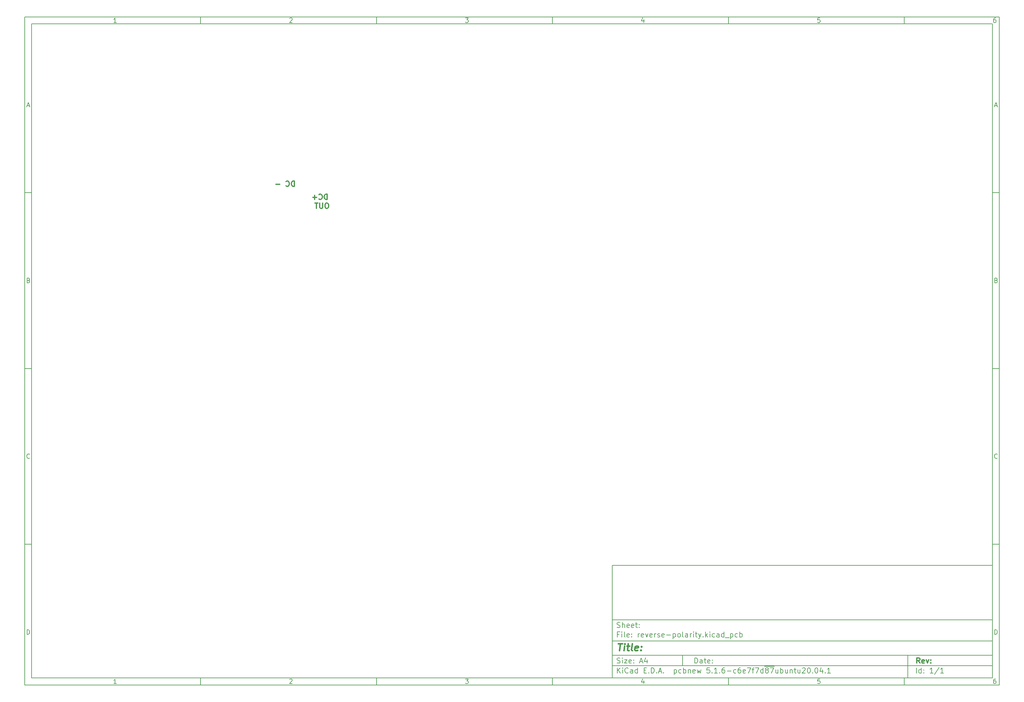
<source format=gbr>
G04 #@! TF.GenerationSoftware,KiCad,Pcbnew,5.1.6-c6e7f7d~87~ubuntu20.04.1*
G04 #@! TF.CreationDate,2020-09-03T11:24:11+02:00*
G04 #@! TF.ProjectId,reverse-polarity,72657665-7273-4652-9d70-6f6c61726974,rev?*
G04 #@! TF.SameCoordinates,Original*
G04 #@! TF.FileFunction,Legend,Bot*
G04 #@! TF.FilePolarity,Positive*
%FSLAX45Y45*%
G04 Gerber Fmt 4.5, Leading zero omitted, Abs format (unit mm)*
G04 Created by KiCad (PCBNEW 5.1.6-c6e7f7d~87~ubuntu20.04.1) date 2020-09-03 11:24:11*
%MOMM*%
%LPD*%
G01*
G04 APERTURE LIST*
%ADD10C,0.100000*%
%ADD11C,0.150000*%
%ADD12C,0.300000*%
%ADD13C,0.400000*%
G04 APERTURE END LIST*
D10*
D11*
X17700220Y-16600720D02*
X17700220Y-19800720D01*
X28500220Y-19800720D01*
X28500220Y-16600720D01*
X17700220Y-16600720D01*
D10*
D11*
X1000000Y-1000000D02*
X1000000Y-20000720D01*
X28700220Y-20000720D01*
X28700220Y-1000000D01*
X1000000Y-1000000D01*
D10*
D11*
X1200000Y-1200000D02*
X1200000Y-19800720D01*
X28500220Y-19800720D01*
X28500220Y-1200000D01*
X1200000Y-1200000D01*
D10*
D11*
X6000000Y-1200000D02*
X6000000Y-1000000D01*
D10*
D11*
X11000000Y-1200000D02*
X11000000Y-1000000D01*
D10*
D11*
X16000000Y-1200000D02*
X16000000Y-1000000D01*
D10*
D11*
X21000000Y-1200000D02*
X21000000Y-1000000D01*
D10*
D11*
X26000000Y-1200000D02*
X26000000Y-1000000D01*
D10*
D11*
X3606548Y-1158810D02*
X3532262Y-1158810D01*
X3569405Y-1158810D02*
X3569405Y-1028809D01*
X3557024Y-1047381D01*
X3544643Y-1059762D01*
X3532262Y-1065952D01*
D10*
D11*
X8532262Y-1041190D02*
X8538452Y-1035000D01*
X8550833Y-1028809D01*
X8581786Y-1028809D01*
X8594167Y-1035000D01*
X8600357Y-1041190D01*
X8606548Y-1053571D01*
X8606548Y-1065952D01*
X8600357Y-1084524D01*
X8526071Y-1158810D01*
X8606548Y-1158810D01*
D10*
D11*
X13526071Y-1028809D02*
X13606548Y-1028809D01*
X13563214Y-1078333D01*
X13581786Y-1078333D01*
X13594167Y-1084524D01*
X13600357Y-1090714D01*
X13606548Y-1103095D01*
X13606548Y-1134048D01*
X13600357Y-1146429D01*
X13594167Y-1152619D01*
X13581786Y-1158810D01*
X13544643Y-1158810D01*
X13532262Y-1152619D01*
X13526071Y-1146429D01*
D10*
D11*
X18594167Y-1072143D02*
X18594167Y-1158810D01*
X18563214Y-1022619D02*
X18532262Y-1115476D01*
X18612738Y-1115476D01*
D10*
D11*
X23600357Y-1028809D02*
X23538452Y-1028809D01*
X23532262Y-1090714D01*
X23538452Y-1084524D01*
X23550833Y-1078333D01*
X23581786Y-1078333D01*
X23594167Y-1084524D01*
X23600357Y-1090714D01*
X23606548Y-1103095D01*
X23606548Y-1134048D01*
X23600357Y-1146429D01*
X23594167Y-1152619D01*
X23581786Y-1158810D01*
X23550833Y-1158810D01*
X23538452Y-1152619D01*
X23532262Y-1146429D01*
D10*
D11*
X28594167Y-1028809D02*
X28569405Y-1028809D01*
X28557024Y-1035000D01*
X28550833Y-1041190D01*
X28538452Y-1059762D01*
X28532262Y-1084524D01*
X28532262Y-1134048D01*
X28538452Y-1146429D01*
X28544643Y-1152619D01*
X28557024Y-1158810D01*
X28581786Y-1158810D01*
X28594167Y-1152619D01*
X28600357Y-1146429D01*
X28606548Y-1134048D01*
X28606548Y-1103095D01*
X28600357Y-1090714D01*
X28594167Y-1084524D01*
X28581786Y-1078333D01*
X28557024Y-1078333D01*
X28544643Y-1084524D01*
X28538452Y-1090714D01*
X28532262Y-1103095D01*
D10*
D11*
X6000000Y-19800720D02*
X6000000Y-20000720D01*
D10*
D11*
X11000000Y-19800720D02*
X11000000Y-20000720D01*
D10*
D11*
X16000000Y-19800720D02*
X16000000Y-20000720D01*
D10*
D11*
X21000000Y-19800720D02*
X21000000Y-20000720D01*
D10*
D11*
X26000000Y-19800720D02*
X26000000Y-20000720D01*
D10*
D11*
X3606548Y-19959530D02*
X3532262Y-19959530D01*
X3569405Y-19959530D02*
X3569405Y-19829530D01*
X3557024Y-19848101D01*
X3544643Y-19860482D01*
X3532262Y-19866672D01*
D10*
D11*
X8532262Y-19841910D02*
X8538452Y-19835720D01*
X8550833Y-19829530D01*
X8581786Y-19829530D01*
X8594167Y-19835720D01*
X8600357Y-19841910D01*
X8606548Y-19854291D01*
X8606548Y-19866672D01*
X8600357Y-19885244D01*
X8526071Y-19959530D01*
X8606548Y-19959530D01*
D10*
D11*
X13526071Y-19829530D02*
X13606548Y-19829530D01*
X13563214Y-19879053D01*
X13581786Y-19879053D01*
X13594167Y-19885244D01*
X13600357Y-19891434D01*
X13606548Y-19903815D01*
X13606548Y-19934768D01*
X13600357Y-19947149D01*
X13594167Y-19953339D01*
X13581786Y-19959530D01*
X13544643Y-19959530D01*
X13532262Y-19953339D01*
X13526071Y-19947149D01*
D10*
D11*
X18594167Y-19872863D02*
X18594167Y-19959530D01*
X18563214Y-19823339D02*
X18532262Y-19916196D01*
X18612738Y-19916196D01*
D10*
D11*
X23600357Y-19829530D02*
X23538452Y-19829530D01*
X23532262Y-19891434D01*
X23538452Y-19885244D01*
X23550833Y-19879053D01*
X23581786Y-19879053D01*
X23594167Y-19885244D01*
X23600357Y-19891434D01*
X23606548Y-19903815D01*
X23606548Y-19934768D01*
X23600357Y-19947149D01*
X23594167Y-19953339D01*
X23581786Y-19959530D01*
X23550833Y-19959530D01*
X23538452Y-19953339D01*
X23532262Y-19947149D01*
D10*
D11*
X28594167Y-19829530D02*
X28569405Y-19829530D01*
X28557024Y-19835720D01*
X28550833Y-19841910D01*
X28538452Y-19860482D01*
X28532262Y-19885244D01*
X28532262Y-19934768D01*
X28538452Y-19947149D01*
X28544643Y-19953339D01*
X28557024Y-19959530D01*
X28581786Y-19959530D01*
X28594167Y-19953339D01*
X28600357Y-19947149D01*
X28606548Y-19934768D01*
X28606548Y-19903815D01*
X28600357Y-19891434D01*
X28594167Y-19885244D01*
X28581786Y-19879053D01*
X28557024Y-19879053D01*
X28544643Y-19885244D01*
X28538452Y-19891434D01*
X28532262Y-19903815D01*
D10*
D11*
X1000000Y-6000000D02*
X1200000Y-6000000D01*
D10*
D11*
X1000000Y-11000000D02*
X1200000Y-11000000D01*
D10*
D11*
X1000000Y-16000000D02*
X1200000Y-16000000D01*
D10*
D11*
X1069048Y-3521667D02*
X1130952Y-3521667D01*
X1056667Y-3558809D02*
X1100000Y-3428809D01*
X1143333Y-3558809D01*
D10*
D11*
X1109286Y-8490714D02*
X1127857Y-8496905D01*
X1134048Y-8503095D01*
X1140238Y-8515476D01*
X1140238Y-8534048D01*
X1134048Y-8546429D01*
X1127857Y-8552619D01*
X1115476Y-8558810D01*
X1065952Y-8558810D01*
X1065952Y-8428810D01*
X1109286Y-8428810D01*
X1121667Y-8435000D01*
X1127857Y-8441190D01*
X1134048Y-8453571D01*
X1134048Y-8465952D01*
X1127857Y-8478333D01*
X1121667Y-8484524D01*
X1109286Y-8490714D01*
X1065952Y-8490714D01*
D10*
D11*
X1140238Y-13546428D02*
X1134048Y-13552619D01*
X1115476Y-13558809D01*
X1103095Y-13558809D01*
X1084524Y-13552619D01*
X1072143Y-13540238D01*
X1065952Y-13527857D01*
X1059762Y-13503095D01*
X1059762Y-13484524D01*
X1065952Y-13459762D01*
X1072143Y-13447381D01*
X1084524Y-13435000D01*
X1103095Y-13428809D01*
X1115476Y-13428809D01*
X1134048Y-13435000D01*
X1140238Y-13441190D01*
D10*
D11*
X1065952Y-18558810D02*
X1065952Y-18428810D01*
X1096905Y-18428810D01*
X1115476Y-18435000D01*
X1127857Y-18447381D01*
X1134048Y-18459762D01*
X1140238Y-18484524D01*
X1140238Y-18503095D01*
X1134048Y-18527857D01*
X1127857Y-18540238D01*
X1115476Y-18552619D01*
X1096905Y-18558810D01*
X1065952Y-18558810D01*
D10*
D11*
X28700220Y-6000000D02*
X28500220Y-6000000D01*
D10*
D11*
X28700220Y-11000000D02*
X28500220Y-11000000D01*
D10*
D11*
X28700220Y-16000000D02*
X28500220Y-16000000D01*
D10*
D11*
X28569268Y-3521667D02*
X28631172Y-3521667D01*
X28556887Y-3558809D02*
X28600220Y-3428809D01*
X28643553Y-3558809D01*
D10*
D11*
X28609506Y-8490714D02*
X28628077Y-8496905D01*
X28634268Y-8503095D01*
X28640458Y-8515476D01*
X28640458Y-8534048D01*
X28634268Y-8546429D01*
X28628077Y-8552619D01*
X28615696Y-8558810D01*
X28566172Y-8558810D01*
X28566172Y-8428810D01*
X28609506Y-8428810D01*
X28621887Y-8435000D01*
X28628077Y-8441190D01*
X28634268Y-8453571D01*
X28634268Y-8465952D01*
X28628077Y-8478333D01*
X28621887Y-8484524D01*
X28609506Y-8490714D01*
X28566172Y-8490714D01*
D10*
D11*
X28640458Y-13546428D02*
X28634268Y-13552619D01*
X28615696Y-13558809D01*
X28603315Y-13558809D01*
X28584744Y-13552619D01*
X28572363Y-13540238D01*
X28566172Y-13527857D01*
X28559982Y-13503095D01*
X28559982Y-13484524D01*
X28566172Y-13459762D01*
X28572363Y-13447381D01*
X28584744Y-13435000D01*
X28603315Y-13428809D01*
X28615696Y-13428809D01*
X28634268Y-13435000D01*
X28640458Y-13441190D01*
D10*
D11*
X28566172Y-18558810D02*
X28566172Y-18428810D01*
X28597125Y-18428810D01*
X28615696Y-18435000D01*
X28628077Y-18447381D01*
X28634268Y-18459762D01*
X28640458Y-18484524D01*
X28640458Y-18503095D01*
X28634268Y-18527857D01*
X28628077Y-18540238D01*
X28615696Y-18552619D01*
X28597125Y-18558810D01*
X28566172Y-18558810D01*
D10*
D11*
X20043434Y-19378577D02*
X20043434Y-19228577D01*
X20079149Y-19228577D01*
X20100577Y-19235720D01*
X20114863Y-19250006D01*
X20122006Y-19264291D01*
X20129149Y-19292863D01*
X20129149Y-19314291D01*
X20122006Y-19342863D01*
X20114863Y-19357149D01*
X20100577Y-19371434D01*
X20079149Y-19378577D01*
X20043434Y-19378577D01*
X20257720Y-19378577D02*
X20257720Y-19300006D01*
X20250577Y-19285720D01*
X20236291Y-19278577D01*
X20207720Y-19278577D01*
X20193434Y-19285720D01*
X20257720Y-19371434D02*
X20243434Y-19378577D01*
X20207720Y-19378577D01*
X20193434Y-19371434D01*
X20186291Y-19357149D01*
X20186291Y-19342863D01*
X20193434Y-19328577D01*
X20207720Y-19321434D01*
X20243434Y-19321434D01*
X20257720Y-19314291D01*
X20307720Y-19278577D02*
X20364863Y-19278577D01*
X20329149Y-19228577D02*
X20329149Y-19357149D01*
X20336291Y-19371434D01*
X20350577Y-19378577D01*
X20364863Y-19378577D01*
X20472006Y-19371434D02*
X20457720Y-19378577D01*
X20429149Y-19378577D01*
X20414863Y-19371434D01*
X20407720Y-19357149D01*
X20407720Y-19300006D01*
X20414863Y-19285720D01*
X20429149Y-19278577D01*
X20457720Y-19278577D01*
X20472006Y-19285720D01*
X20479149Y-19300006D01*
X20479149Y-19314291D01*
X20407720Y-19328577D01*
X20543434Y-19364291D02*
X20550577Y-19371434D01*
X20543434Y-19378577D01*
X20536291Y-19371434D01*
X20543434Y-19364291D01*
X20543434Y-19378577D01*
X20543434Y-19285720D02*
X20550577Y-19292863D01*
X20543434Y-19300006D01*
X20536291Y-19292863D01*
X20543434Y-19285720D01*
X20543434Y-19300006D01*
D10*
D11*
X17700220Y-19450720D02*
X28500220Y-19450720D01*
D10*
D11*
X17843434Y-19658577D02*
X17843434Y-19508577D01*
X17929149Y-19658577D02*
X17864863Y-19572863D01*
X17929149Y-19508577D02*
X17843434Y-19594291D01*
X17993434Y-19658577D02*
X17993434Y-19558577D01*
X17993434Y-19508577D02*
X17986291Y-19515720D01*
X17993434Y-19522863D01*
X18000577Y-19515720D01*
X17993434Y-19508577D01*
X17993434Y-19522863D01*
X18150577Y-19644291D02*
X18143434Y-19651434D01*
X18122006Y-19658577D01*
X18107720Y-19658577D01*
X18086291Y-19651434D01*
X18072006Y-19637149D01*
X18064863Y-19622863D01*
X18057720Y-19594291D01*
X18057720Y-19572863D01*
X18064863Y-19544291D01*
X18072006Y-19530006D01*
X18086291Y-19515720D01*
X18107720Y-19508577D01*
X18122006Y-19508577D01*
X18143434Y-19515720D01*
X18150577Y-19522863D01*
X18279149Y-19658577D02*
X18279149Y-19580006D01*
X18272006Y-19565720D01*
X18257720Y-19558577D01*
X18229149Y-19558577D01*
X18214863Y-19565720D01*
X18279149Y-19651434D02*
X18264863Y-19658577D01*
X18229149Y-19658577D01*
X18214863Y-19651434D01*
X18207720Y-19637149D01*
X18207720Y-19622863D01*
X18214863Y-19608577D01*
X18229149Y-19601434D01*
X18264863Y-19601434D01*
X18279149Y-19594291D01*
X18414863Y-19658577D02*
X18414863Y-19508577D01*
X18414863Y-19651434D02*
X18400577Y-19658577D01*
X18372006Y-19658577D01*
X18357720Y-19651434D01*
X18350577Y-19644291D01*
X18343434Y-19630006D01*
X18343434Y-19587149D01*
X18350577Y-19572863D01*
X18357720Y-19565720D01*
X18372006Y-19558577D01*
X18400577Y-19558577D01*
X18414863Y-19565720D01*
X18600577Y-19580006D02*
X18650577Y-19580006D01*
X18672006Y-19658577D02*
X18600577Y-19658577D01*
X18600577Y-19508577D01*
X18672006Y-19508577D01*
X18736291Y-19644291D02*
X18743434Y-19651434D01*
X18736291Y-19658577D01*
X18729149Y-19651434D01*
X18736291Y-19644291D01*
X18736291Y-19658577D01*
X18807720Y-19658577D02*
X18807720Y-19508577D01*
X18843434Y-19508577D01*
X18864863Y-19515720D01*
X18879149Y-19530006D01*
X18886291Y-19544291D01*
X18893434Y-19572863D01*
X18893434Y-19594291D01*
X18886291Y-19622863D01*
X18879149Y-19637149D01*
X18864863Y-19651434D01*
X18843434Y-19658577D01*
X18807720Y-19658577D01*
X18957720Y-19644291D02*
X18964863Y-19651434D01*
X18957720Y-19658577D01*
X18950577Y-19651434D01*
X18957720Y-19644291D01*
X18957720Y-19658577D01*
X19022006Y-19615720D02*
X19093434Y-19615720D01*
X19007720Y-19658577D02*
X19057720Y-19508577D01*
X19107720Y-19658577D01*
X19157720Y-19644291D02*
X19164863Y-19651434D01*
X19157720Y-19658577D01*
X19150577Y-19651434D01*
X19157720Y-19644291D01*
X19157720Y-19658577D01*
X19457720Y-19558577D02*
X19457720Y-19708577D01*
X19457720Y-19565720D02*
X19472006Y-19558577D01*
X19500577Y-19558577D01*
X19514863Y-19565720D01*
X19522006Y-19572863D01*
X19529149Y-19587149D01*
X19529149Y-19630006D01*
X19522006Y-19644291D01*
X19514863Y-19651434D01*
X19500577Y-19658577D01*
X19472006Y-19658577D01*
X19457720Y-19651434D01*
X19657720Y-19651434D02*
X19643434Y-19658577D01*
X19614863Y-19658577D01*
X19600577Y-19651434D01*
X19593434Y-19644291D01*
X19586291Y-19630006D01*
X19586291Y-19587149D01*
X19593434Y-19572863D01*
X19600577Y-19565720D01*
X19614863Y-19558577D01*
X19643434Y-19558577D01*
X19657720Y-19565720D01*
X19722006Y-19658577D02*
X19722006Y-19508577D01*
X19722006Y-19565720D02*
X19736291Y-19558577D01*
X19764863Y-19558577D01*
X19779149Y-19565720D01*
X19786291Y-19572863D01*
X19793434Y-19587149D01*
X19793434Y-19630006D01*
X19786291Y-19644291D01*
X19779149Y-19651434D01*
X19764863Y-19658577D01*
X19736291Y-19658577D01*
X19722006Y-19651434D01*
X19857720Y-19558577D02*
X19857720Y-19658577D01*
X19857720Y-19572863D02*
X19864863Y-19565720D01*
X19879149Y-19558577D01*
X19900577Y-19558577D01*
X19914863Y-19565720D01*
X19922006Y-19580006D01*
X19922006Y-19658577D01*
X20050577Y-19651434D02*
X20036291Y-19658577D01*
X20007720Y-19658577D01*
X19993434Y-19651434D01*
X19986291Y-19637149D01*
X19986291Y-19580006D01*
X19993434Y-19565720D01*
X20007720Y-19558577D01*
X20036291Y-19558577D01*
X20050577Y-19565720D01*
X20057720Y-19580006D01*
X20057720Y-19594291D01*
X19986291Y-19608577D01*
X20107720Y-19558577D02*
X20136291Y-19658577D01*
X20164863Y-19587149D01*
X20193434Y-19658577D01*
X20222006Y-19558577D01*
X20464863Y-19508577D02*
X20393434Y-19508577D01*
X20386291Y-19580006D01*
X20393434Y-19572863D01*
X20407720Y-19565720D01*
X20443434Y-19565720D01*
X20457720Y-19572863D01*
X20464863Y-19580006D01*
X20472006Y-19594291D01*
X20472006Y-19630006D01*
X20464863Y-19644291D01*
X20457720Y-19651434D01*
X20443434Y-19658577D01*
X20407720Y-19658577D01*
X20393434Y-19651434D01*
X20386291Y-19644291D01*
X20536291Y-19644291D02*
X20543434Y-19651434D01*
X20536291Y-19658577D01*
X20529149Y-19651434D01*
X20536291Y-19644291D01*
X20536291Y-19658577D01*
X20686291Y-19658577D02*
X20600577Y-19658577D01*
X20643434Y-19658577D02*
X20643434Y-19508577D01*
X20629149Y-19530006D01*
X20614863Y-19544291D01*
X20600577Y-19551434D01*
X20750577Y-19644291D02*
X20757720Y-19651434D01*
X20750577Y-19658577D01*
X20743434Y-19651434D01*
X20750577Y-19644291D01*
X20750577Y-19658577D01*
X20886291Y-19508577D02*
X20857720Y-19508577D01*
X20843434Y-19515720D01*
X20836291Y-19522863D01*
X20822006Y-19544291D01*
X20814863Y-19572863D01*
X20814863Y-19630006D01*
X20822006Y-19644291D01*
X20829149Y-19651434D01*
X20843434Y-19658577D01*
X20872006Y-19658577D01*
X20886291Y-19651434D01*
X20893434Y-19644291D01*
X20900577Y-19630006D01*
X20900577Y-19594291D01*
X20893434Y-19580006D01*
X20886291Y-19572863D01*
X20872006Y-19565720D01*
X20843434Y-19565720D01*
X20829149Y-19572863D01*
X20822006Y-19580006D01*
X20814863Y-19594291D01*
X20964863Y-19601434D02*
X21079149Y-19601434D01*
X21214863Y-19651434D02*
X21200577Y-19658577D01*
X21172006Y-19658577D01*
X21157720Y-19651434D01*
X21150577Y-19644291D01*
X21143434Y-19630006D01*
X21143434Y-19587149D01*
X21150577Y-19572863D01*
X21157720Y-19565720D01*
X21172006Y-19558577D01*
X21200577Y-19558577D01*
X21214863Y-19565720D01*
X21343434Y-19508577D02*
X21314863Y-19508577D01*
X21300577Y-19515720D01*
X21293434Y-19522863D01*
X21279149Y-19544291D01*
X21272006Y-19572863D01*
X21272006Y-19630006D01*
X21279149Y-19644291D01*
X21286291Y-19651434D01*
X21300577Y-19658577D01*
X21329149Y-19658577D01*
X21343434Y-19651434D01*
X21350577Y-19644291D01*
X21357720Y-19630006D01*
X21357720Y-19594291D01*
X21350577Y-19580006D01*
X21343434Y-19572863D01*
X21329149Y-19565720D01*
X21300577Y-19565720D01*
X21286291Y-19572863D01*
X21279149Y-19580006D01*
X21272006Y-19594291D01*
X21479149Y-19651434D02*
X21464863Y-19658577D01*
X21436291Y-19658577D01*
X21422006Y-19651434D01*
X21414863Y-19637149D01*
X21414863Y-19580006D01*
X21422006Y-19565720D01*
X21436291Y-19558577D01*
X21464863Y-19558577D01*
X21479149Y-19565720D01*
X21486291Y-19580006D01*
X21486291Y-19594291D01*
X21414863Y-19608577D01*
X21536291Y-19508577D02*
X21636291Y-19508577D01*
X21572006Y-19658577D01*
X21672006Y-19558577D02*
X21729149Y-19558577D01*
X21693434Y-19658577D02*
X21693434Y-19530006D01*
X21700577Y-19515720D01*
X21714863Y-19508577D01*
X21729149Y-19508577D01*
X21764863Y-19508577D02*
X21864863Y-19508577D01*
X21800577Y-19658577D01*
X21986291Y-19658577D02*
X21986291Y-19508577D01*
X21986291Y-19651434D02*
X21972006Y-19658577D01*
X21943434Y-19658577D01*
X21929149Y-19651434D01*
X21922006Y-19644291D01*
X21914863Y-19630006D01*
X21914863Y-19587149D01*
X21922006Y-19572863D01*
X21929149Y-19565720D01*
X21943434Y-19558577D01*
X21972006Y-19558577D01*
X21986291Y-19565720D01*
X22022006Y-19467720D02*
X22164863Y-19467720D01*
X22079149Y-19572863D02*
X22064863Y-19565720D01*
X22057720Y-19558577D01*
X22050577Y-19544291D01*
X22050577Y-19537149D01*
X22057720Y-19522863D01*
X22064863Y-19515720D01*
X22079149Y-19508577D01*
X22107720Y-19508577D01*
X22122006Y-19515720D01*
X22129149Y-19522863D01*
X22136291Y-19537149D01*
X22136291Y-19544291D01*
X22129149Y-19558577D01*
X22122006Y-19565720D01*
X22107720Y-19572863D01*
X22079149Y-19572863D01*
X22064863Y-19580006D01*
X22057720Y-19587149D01*
X22050577Y-19601434D01*
X22050577Y-19630006D01*
X22057720Y-19644291D01*
X22064863Y-19651434D01*
X22079149Y-19658577D01*
X22107720Y-19658577D01*
X22122006Y-19651434D01*
X22129149Y-19644291D01*
X22136291Y-19630006D01*
X22136291Y-19601434D01*
X22129149Y-19587149D01*
X22122006Y-19580006D01*
X22107720Y-19572863D01*
X22164863Y-19467720D02*
X22307720Y-19467720D01*
X22186291Y-19508577D02*
X22286291Y-19508577D01*
X22222006Y-19658577D01*
X22407720Y-19558577D02*
X22407720Y-19658577D01*
X22343434Y-19558577D02*
X22343434Y-19637149D01*
X22350577Y-19651434D01*
X22364863Y-19658577D01*
X22386291Y-19658577D01*
X22400577Y-19651434D01*
X22407720Y-19644291D01*
X22479148Y-19658577D02*
X22479148Y-19508577D01*
X22479148Y-19565720D02*
X22493434Y-19558577D01*
X22522006Y-19558577D01*
X22536291Y-19565720D01*
X22543434Y-19572863D01*
X22550577Y-19587149D01*
X22550577Y-19630006D01*
X22543434Y-19644291D01*
X22536291Y-19651434D01*
X22522006Y-19658577D01*
X22493434Y-19658577D01*
X22479148Y-19651434D01*
X22679148Y-19558577D02*
X22679148Y-19658577D01*
X22614863Y-19558577D02*
X22614863Y-19637149D01*
X22622006Y-19651434D01*
X22636291Y-19658577D01*
X22657720Y-19658577D01*
X22672006Y-19651434D01*
X22679148Y-19644291D01*
X22750577Y-19558577D02*
X22750577Y-19658577D01*
X22750577Y-19572863D02*
X22757720Y-19565720D01*
X22772006Y-19558577D01*
X22793434Y-19558577D01*
X22807720Y-19565720D01*
X22814863Y-19580006D01*
X22814863Y-19658577D01*
X22864863Y-19558577D02*
X22922006Y-19558577D01*
X22886291Y-19508577D02*
X22886291Y-19637149D01*
X22893434Y-19651434D01*
X22907720Y-19658577D01*
X22922006Y-19658577D01*
X23036291Y-19558577D02*
X23036291Y-19658577D01*
X22972006Y-19558577D02*
X22972006Y-19637149D01*
X22979148Y-19651434D01*
X22993434Y-19658577D01*
X23014863Y-19658577D01*
X23029148Y-19651434D01*
X23036291Y-19644291D01*
X23100577Y-19522863D02*
X23107720Y-19515720D01*
X23122006Y-19508577D01*
X23157720Y-19508577D01*
X23172006Y-19515720D01*
X23179148Y-19522863D01*
X23186291Y-19537149D01*
X23186291Y-19551434D01*
X23179148Y-19572863D01*
X23093434Y-19658577D01*
X23186291Y-19658577D01*
X23279148Y-19508577D02*
X23293434Y-19508577D01*
X23307720Y-19515720D01*
X23314863Y-19522863D01*
X23322006Y-19537149D01*
X23329148Y-19565720D01*
X23329148Y-19601434D01*
X23322006Y-19630006D01*
X23314863Y-19644291D01*
X23307720Y-19651434D01*
X23293434Y-19658577D01*
X23279148Y-19658577D01*
X23264863Y-19651434D01*
X23257720Y-19644291D01*
X23250577Y-19630006D01*
X23243434Y-19601434D01*
X23243434Y-19565720D01*
X23250577Y-19537149D01*
X23257720Y-19522863D01*
X23264863Y-19515720D01*
X23279148Y-19508577D01*
X23393434Y-19644291D02*
X23400577Y-19651434D01*
X23393434Y-19658577D01*
X23386291Y-19651434D01*
X23393434Y-19644291D01*
X23393434Y-19658577D01*
X23493434Y-19508577D02*
X23507720Y-19508577D01*
X23522006Y-19515720D01*
X23529148Y-19522863D01*
X23536291Y-19537149D01*
X23543434Y-19565720D01*
X23543434Y-19601434D01*
X23536291Y-19630006D01*
X23529148Y-19644291D01*
X23522006Y-19651434D01*
X23507720Y-19658577D01*
X23493434Y-19658577D01*
X23479148Y-19651434D01*
X23472006Y-19644291D01*
X23464863Y-19630006D01*
X23457720Y-19601434D01*
X23457720Y-19565720D01*
X23464863Y-19537149D01*
X23472006Y-19522863D01*
X23479148Y-19515720D01*
X23493434Y-19508577D01*
X23672006Y-19558577D02*
X23672006Y-19658577D01*
X23636291Y-19501434D02*
X23600577Y-19608577D01*
X23693434Y-19608577D01*
X23750577Y-19644291D02*
X23757720Y-19651434D01*
X23750577Y-19658577D01*
X23743434Y-19651434D01*
X23750577Y-19644291D01*
X23750577Y-19658577D01*
X23900577Y-19658577D02*
X23814863Y-19658577D01*
X23857720Y-19658577D02*
X23857720Y-19508577D01*
X23843434Y-19530006D01*
X23829148Y-19544291D01*
X23814863Y-19551434D01*
D10*
D11*
X17700220Y-19150720D02*
X28500220Y-19150720D01*
D10*
D12*
X26441148Y-19378577D02*
X26391148Y-19307149D01*
X26355434Y-19378577D02*
X26355434Y-19228577D01*
X26412577Y-19228577D01*
X26426863Y-19235720D01*
X26434006Y-19242863D01*
X26441148Y-19257149D01*
X26441148Y-19278577D01*
X26434006Y-19292863D01*
X26426863Y-19300006D01*
X26412577Y-19307149D01*
X26355434Y-19307149D01*
X26562577Y-19371434D02*
X26548291Y-19378577D01*
X26519720Y-19378577D01*
X26505434Y-19371434D01*
X26498291Y-19357149D01*
X26498291Y-19300006D01*
X26505434Y-19285720D01*
X26519720Y-19278577D01*
X26548291Y-19278577D01*
X26562577Y-19285720D01*
X26569720Y-19300006D01*
X26569720Y-19314291D01*
X26498291Y-19328577D01*
X26619720Y-19278577D02*
X26655434Y-19378577D01*
X26691148Y-19278577D01*
X26748291Y-19364291D02*
X26755434Y-19371434D01*
X26748291Y-19378577D01*
X26741148Y-19371434D01*
X26748291Y-19364291D01*
X26748291Y-19378577D01*
X26748291Y-19285720D02*
X26755434Y-19292863D01*
X26748291Y-19300006D01*
X26741148Y-19292863D01*
X26748291Y-19285720D01*
X26748291Y-19300006D01*
D10*
D11*
X17836291Y-19371434D02*
X17857720Y-19378577D01*
X17893434Y-19378577D01*
X17907720Y-19371434D01*
X17914863Y-19364291D01*
X17922006Y-19350006D01*
X17922006Y-19335720D01*
X17914863Y-19321434D01*
X17907720Y-19314291D01*
X17893434Y-19307149D01*
X17864863Y-19300006D01*
X17850577Y-19292863D01*
X17843434Y-19285720D01*
X17836291Y-19271434D01*
X17836291Y-19257149D01*
X17843434Y-19242863D01*
X17850577Y-19235720D01*
X17864863Y-19228577D01*
X17900577Y-19228577D01*
X17922006Y-19235720D01*
X17986291Y-19378577D02*
X17986291Y-19278577D01*
X17986291Y-19228577D02*
X17979149Y-19235720D01*
X17986291Y-19242863D01*
X17993434Y-19235720D01*
X17986291Y-19228577D01*
X17986291Y-19242863D01*
X18043434Y-19278577D02*
X18122006Y-19278577D01*
X18043434Y-19378577D01*
X18122006Y-19378577D01*
X18236291Y-19371434D02*
X18222006Y-19378577D01*
X18193434Y-19378577D01*
X18179149Y-19371434D01*
X18172006Y-19357149D01*
X18172006Y-19300006D01*
X18179149Y-19285720D01*
X18193434Y-19278577D01*
X18222006Y-19278577D01*
X18236291Y-19285720D01*
X18243434Y-19300006D01*
X18243434Y-19314291D01*
X18172006Y-19328577D01*
X18307720Y-19364291D02*
X18314863Y-19371434D01*
X18307720Y-19378577D01*
X18300577Y-19371434D01*
X18307720Y-19364291D01*
X18307720Y-19378577D01*
X18307720Y-19285720D02*
X18314863Y-19292863D01*
X18307720Y-19300006D01*
X18300577Y-19292863D01*
X18307720Y-19285720D01*
X18307720Y-19300006D01*
X18486291Y-19335720D02*
X18557720Y-19335720D01*
X18472006Y-19378577D02*
X18522006Y-19228577D01*
X18572006Y-19378577D01*
X18686291Y-19278577D02*
X18686291Y-19378577D01*
X18650577Y-19221434D02*
X18614863Y-19328577D01*
X18707720Y-19328577D01*
D10*
D11*
X26343434Y-19658577D02*
X26343434Y-19508577D01*
X26479148Y-19658577D02*
X26479148Y-19508577D01*
X26479148Y-19651434D02*
X26464863Y-19658577D01*
X26436291Y-19658577D01*
X26422006Y-19651434D01*
X26414863Y-19644291D01*
X26407720Y-19630006D01*
X26407720Y-19587149D01*
X26414863Y-19572863D01*
X26422006Y-19565720D01*
X26436291Y-19558577D01*
X26464863Y-19558577D01*
X26479148Y-19565720D01*
X26550577Y-19644291D02*
X26557720Y-19651434D01*
X26550577Y-19658577D01*
X26543434Y-19651434D01*
X26550577Y-19644291D01*
X26550577Y-19658577D01*
X26550577Y-19565720D02*
X26557720Y-19572863D01*
X26550577Y-19580006D01*
X26543434Y-19572863D01*
X26550577Y-19565720D01*
X26550577Y-19580006D01*
X26814863Y-19658577D02*
X26729148Y-19658577D01*
X26772006Y-19658577D02*
X26772006Y-19508577D01*
X26757720Y-19530006D01*
X26743434Y-19544291D01*
X26729148Y-19551434D01*
X26986291Y-19501434D02*
X26857720Y-19694291D01*
X27114863Y-19658577D02*
X27029148Y-19658577D01*
X27072006Y-19658577D02*
X27072006Y-19508577D01*
X27057720Y-19530006D01*
X27043434Y-19544291D01*
X27029148Y-19551434D01*
D10*
D11*
X17700220Y-18750720D02*
X28500220Y-18750720D01*
D10*
D13*
X17871458Y-18821196D02*
X17985744Y-18821196D01*
X17903601Y-19021196D02*
X17928601Y-18821196D01*
X18027410Y-19021196D02*
X18044077Y-18887863D01*
X18052410Y-18821196D02*
X18041696Y-18830720D01*
X18050030Y-18840244D01*
X18060744Y-18830720D01*
X18052410Y-18821196D01*
X18050030Y-18840244D01*
X18110744Y-18887863D02*
X18186934Y-18887863D01*
X18147649Y-18821196D02*
X18126220Y-18992625D01*
X18133363Y-19011672D01*
X18151220Y-19021196D01*
X18170268Y-19021196D01*
X18265506Y-19021196D02*
X18247649Y-19011672D01*
X18240506Y-18992625D01*
X18261934Y-18821196D01*
X18419077Y-19011672D02*
X18398839Y-19021196D01*
X18360744Y-19021196D01*
X18342887Y-19011672D01*
X18335744Y-18992625D01*
X18345268Y-18916434D01*
X18357172Y-18897387D01*
X18377410Y-18887863D01*
X18415506Y-18887863D01*
X18433363Y-18897387D01*
X18440506Y-18916434D01*
X18438125Y-18935482D01*
X18340506Y-18954530D01*
X18515506Y-19002149D02*
X18523839Y-19011672D01*
X18513125Y-19021196D01*
X18504791Y-19011672D01*
X18515506Y-19002149D01*
X18513125Y-19021196D01*
X18528601Y-18897387D02*
X18536934Y-18906910D01*
X18526220Y-18916434D01*
X18517887Y-18906910D01*
X18528601Y-18897387D01*
X18526220Y-18916434D01*
D10*
D11*
X17893434Y-18560006D02*
X17843434Y-18560006D01*
X17843434Y-18638577D02*
X17843434Y-18488577D01*
X17914863Y-18488577D01*
X17972006Y-18638577D02*
X17972006Y-18538577D01*
X17972006Y-18488577D02*
X17964863Y-18495720D01*
X17972006Y-18502863D01*
X17979149Y-18495720D01*
X17972006Y-18488577D01*
X17972006Y-18502863D01*
X18064863Y-18638577D02*
X18050577Y-18631434D01*
X18043434Y-18617149D01*
X18043434Y-18488577D01*
X18179149Y-18631434D02*
X18164863Y-18638577D01*
X18136291Y-18638577D01*
X18122006Y-18631434D01*
X18114863Y-18617149D01*
X18114863Y-18560006D01*
X18122006Y-18545720D01*
X18136291Y-18538577D01*
X18164863Y-18538577D01*
X18179149Y-18545720D01*
X18186291Y-18560006D01*
X18186291Y-18574291D01*
X18114863Y-18588577D01*
X18250577Y-18624291D02*
X18257720Y-18631434D01*
X18250577Y-18638577D01*
X18243434Y-18631434D01*
X18250577Y-18624291D01*
X18250577Y-18638577D01*
X18250577Y-18545720D02*
X18257720Y-18552863D01*
X18250577Y-18560006D01*
X18243434Y-18552863D01*
X18250577Y-18545720D01*
X18250577Y-18560006D01*
X18436291Y-18638577D02*
X18436291Y-18538577D01*
X18436291Y-18567149D02*
X18443434Y-18552863D01*
X18450577Y-18545720D01*
X18464863Y-18538577D01*
X18479149Y-18538577D01*
X18586291Y-18631434D02*
X18572006Y-18638577D01*
X18543434Y-18638577D01*
X18529149Y-18631434D01*
X18522006Y-18617149D01*
X18522006Y-18560006D01*
X18529149Y-18545720D01*
X18543434Y-18538577D01*
X18572006Y-18538577D01*
X18586291Y-18545720D01*
X18593434Y-18560006D01*
X18593434Y-18574291D01*
X18522006Y-18588577D01*
X18643434Y-18538577D02*
X18679149Y-18638577D01*
X18714863Y-18538577D01*
X18829149Y-18631434D02*
X18814863Y-18638577D01*
X18786291Y-18638577D01*
X18772006Y-18631434D01*
X18764863Y-18617149D01*
X18764863Y-18560006D01*
X18772006Y-18545720D01*
X18786291Y-18538577D01*
X18814863Y-18538577D01*
X18829149Y-18545720D01*
X18836291Y-18560006D01*
X18836291Y-18574291D01*
X18764863Y-18588577D01*
X18900577Y-18638577D02*
X18900577Y-18538577D01*
X18900577Y-18567149D02*
X18907720Y-18552863D01*
X18914863Y-18545720D01*
X18929149Y-18538577D01*
X18943434Y-18538577D01*
X18986291Y-18631434D02*
X19000577Y-18638577D01*
X19029149Y-18638577D01*
X19043434Y-18631434D01*
X19050577Y-18617149D01*
X19050577Y-18610006D01*
X19043434Y-18595720D01*
X19029149Y-18588577D01*
X19007720Y-18588577D01*
X18993434Y-18581434D01*
X18986291Y-18567149D01*
X18986291Y-18560006D01*
X18993434Y-18545720D01*
X19007720Y-18538577D01*
X19029149Y-18538577D01*
X19043434Y-18545720D01*
X19172006Y-18631434D02*
X19157720Y-18638577D01*
X19129149Y-18638577D01*
X19114863Y-18631434D01*
X19107720Y-18617149D01*
X19107720Y-18560006D01*
X19114863Y-18545720D01*
X19129149Y-18538577D01*
X19157720Y-18538577D01*
X19172006Y-18545720D01*
X19179149Y-18560006D01*
X19179149Y-18574291D01*
X19107720Y-18588577D01*
X19243434Y-18581434D02*
X19357720Y-18581434D01*
X19429149Y-18538577D02*
X19429149Y-18688577D01*
X19429149Y-18545720D02*
X19443434Y-18538577D01*
X19472006Y-18538577D01*
X19486291Y-18545720D01*
X19493434Y-18552863D01*
X19500577Y-18567149D01*
X19500577Y-18610006D01*
X19493434Y-18624291D01*
X19486291Y-18631434D01*
X19472006Y-18638577D01*
X19443434Y-18638577D01*
X19429149Y-18631434D01*
X19586291Y-18638577D02*
X19572006Y-18631434D01*
X19564863Y-18624291D01*
X19557720Y-18610006D01*
X19557720Y-18567149D01*
X19564863Y-18552863D01*
X19572006Y-18545720D01*
X19586291Y-18538577D01*
X19607720Y-18538577D01*
X19622006Y-18545720D01*
X19629149Y-18552863D01*
X19636291Y-18567149D01*
X19636291Y-18610006D01*
X19629149Y-18624291D01*
X19622006Y-18631434D01*
X19607720Y-18638577D01*
X19586291Y-18638577D01*
X19722006Y-18638577D02*
X19707720Y-18631434D01*
X19700577Y-18617149D01*
X19700577Y-18488577D01*
X19843434Y-18638577D02*
X19843434Y-18560006D01*
X19836291Y-18545720D01*
X19822006Y-18538577D01*
X19793434Y-18538577D01*
X19779149Y-18545720D01*
X19843434Y-18631434D02*
X19829149Y-18638577D01*
X19793434Y-18638577D01*
X19779149Y-18631434D01*
X19772006Y-18617149D01*
X19772006Y-18602863D01*
X19779149Y-18588577D01*
X19793434Y-18581434D01*
X19829149Y-18581434D01*
X19843434Y-18574291D01*
X19914863Y-18638577D02*
X19914863Y-18538577D01*
X19914863Y-18567149D02*
X19922006Y-18552863D01*
X19929149Y-18545720D01*
X19943434Y-18538577D01*
X19957720Y-18538577D01*
X20007720Y-18638577D02*
X20007720Y-18538577D01*
X20007720Y-18488577D02*
X20000577Y-18495720D01*
X20007720Y-18502863D01*
X20014863Y-18495720D01*
X20007720Y-18488577D01*
X20007720Y-18502863D01*
X20057720Y-18538577D02*
X20114863Y-18538577D01*
X20079149Y-18488577D02*
X20079149Y-18617149D01*
X20086291Y-18631434D01*
X20100577Y-18638577D01*
X20114863Y-18638577D01*
X20150577Y-18538577D02*
X20186291Y-18638577D01*
X20222006Y-18538577D02*
X20186291Y-18638577D01*
X20172006Y-18674291D01*
X20164863Y-18681434D01*
X20150577Y-18688577D01*
X20279149Y-18624291D02*
X20286291Y-18631434D01*
X20279149Y-18638577D01*
X20272006Y-18631434D01*
X20279149Y-18624291D01*
X20279149Y-18638577D01*
X20350577Y-18638577D02*
X20350577Y-18488577D01*
X20364863Y-18581434D02*
X20407720Y-18638577D01*
X20407720Y-18538577D02*
X20350577Y-18595720D01*
X20472006Y-18638577D02*
X20472006Y-18538577D01*
X20472006Y-18488577D02*
X20464863Y-18495720D01*
X20472006Y-18502863D01*
X20479149Y-18495720D01*
X20472006Y-18488577D01*
X20472006Y-18502863D01*
X20607720Y-18631434D02*
X20593434Y-18638577D01*
X20564863Y-18638577D01*
X20550577Y-18631434D01*
X20543434Y-18624291D01*
X20536291Y-18610006D01*
X20536291Y-18567149D01*
X20543434Y-18552863D01*
X20550577Y-18545720D01*
X20564863Y-18538577D01*
X20593434Y-18538577D01*
X20607720Y-18545720D01*
X20736291Y-18638577D02*
X20736291Y-18560006D01*
X20729149Y-18545720D01*
X20714863Y-18538577D01*
X20686291Y-18538577D01*
X20672006Y-18545720D01*
X20736291Y-18631434D02*
X20722006Y-18638577D01*
X20686291Y-18638577D01*
X20672006Y-18631434D01*
X20664863Y-18617149D01*
X20664863Y-18602863D01*
X20672006Y-18588577D01*
X20686291Y-18581434D01*
X20722006Y-18581434D01*
X20736291Y-18574291D01*
X20872006Y-18638577D02*
X20872006Y-18488577D01*
X20872006Y-18631434D02*
X20857720Y-18638577D01*
X20829149Y-18638577D01*
X20814863Y-18631434D01*
X20807720Y-18624291D01*
X20800577Y-18610006D01*
X20800577Y-18567149D01*
X20807720Y-18552863D01*
X20814863Y-18545720D01*
X20829149Y-18538577D01*
X20857720Y-18538577D01*
X20872006Y-18545720D01*
X20907720Y-18652863D02*
X21022006Y-18652863D01*
X21057720Y-18538577D02*
X21057720Y-18688577D01*
X21057720Y-18545720D02*
X21072006Y-18538577D01*
X21100577Y-18538577D01*
X21114863Y-18545720D01*
X21122006Y-18552863D01*
X21129149Y-18567149D01*
X21129149Y-18610006D01*
X21122006Y-18624291D01*
X21114863Y-18631434D01*
X21100577Y-18638577D01*
X21072006Y-18638577D01*
X21057720Y-18631434D01*
X21257720Y-18631434D02*
X21243434Y-18638577D01*
X21214863Y-18638577D01*
X21200577Y-18631434D01*
X21193434Y-18624291D01*
X21186291Y-18610006D01*
X21186291Y-18567149D01*
X21193434Y-18552863D01*
X21200577Y-18545720D01*
X21214863Y-18538577D01*
X21243434Y-18538577D01*
X21257720Y-18545720D01*
X21322006Y-18638577D02*
X21322006Y-18488577D01*
X21322006Y-18545720D02*
X21336291Y-18538577D01*
X21364863Y-18538577D01*
X21379149Y-18545720D01*
X21386291Y-18552863D01*
X21393434Y-18567149D01*
X21393434Y-18610006D01*
X21386291Y-18624291D01*
X21379149Y-18631434D01*
X21364863Y-18638577D01*
X21336291Y-18638577D01*
X21322006Y-18631434D01*
D10*
D11*
X17700220Y-18150720D02*
X28500220Y-18150720D01*
D10*
D11*
X17836291Y-18361434D02*
X17857720Y-18368577D01*
X17893434Y-18368577D01*
X17907720Y-18361434D01*
X17914863Y-18354291D01*
X17922006Y-18340006D01*
X17922006Y-18325720D01*
X17914863Y-18311434D01*
X17907720Y-18304291D01*
X17893434Y-18297149D01*
X17864863Y-18290006D01*
X17850577Y-18282863D01*
X17843434Y-18275720D01*
X17836291Y-18261434D01*
X17836291Y-18247149D01*
X17843434Y-18232863D01*
X17850577Y-18225720D01*
X17864863Y-18218577D01*
X17900577Y-18218577D01*
X17922006Y-18225720D01*
X17986291Y-18368577D02*
X17986291Y-18218577D01*
X18050577Y-18368577D02*
X18050577Y-18290006D01*
X18043434Y-18275720D01*
X18029149Y-18268577D01*
X18007720Y-18268577D01*
X17993434Y-18275720D01*
X17986291Y-18282863D01*
X18179149Y-18361434D02*
X18164863Y-18368577D01*
X18136291Y-18368577D01*
X18122006Y-18361434D01*
X18114863Y-18347149D01*
X18114863Y-18290006D01*
X18122006Y-18275720D01*
X18136291Y-18268577D01*
X18164863Y-18268577D01*
X18179149Y-18275720D01*
X18186291Y-18290006D01*
X18186291Y-18304291D01*
X18114863Y-18318577D01*
X18307720Y-18361434D02*
X18293434Y-18368577D01*
X18264863Y-18368577D01*
X18250577Y-18361434D01*
X18243434Y-18347149D01*
X18243434Y-18290006D01*
X18250577Y-18275720D01*
X18264863Y-18268577D01*
X18293434Y-18268577D01*
X18307720Y-18275720D01*
X18314863Y-18290006D01*
X18314863Y-18304291D01*
X18243434Y-18318577D01*
X18357720Y-18268577D02*
X18414863Y-18268577D01*
X18379149Y-18218577D02*
X18379149Y-18347149D01*
X18386291Y-18361434D01*
X18400577Y-18368577D01*
X18414863Y-18368577D01*
X18464863Y-18354291D02*
X18472006Y-18361434D01*
X18464863Y-18368577D01*
X18457720Y-18361434D01*
X18464863Y-18354291D01*
X18464863Y-18368577D01*
X18464863Y-18275720D02*
X18472006Y-18282863D01*
X18464863Y-18290006D01*
X18457720Y-18282863D01*
X18464863Y-18275720D01*
X18464863Y-18290006D01*
D10*
D11*
X19700220Y-19150720D02*
X19700220Y-19450720D01*
D10*
D11*
X26100220Y-19150720D02*
X26100220Y-19800720D01*
D12*
X8664286Y-5817857D02*
X8664286Y-5667857D01*
X8628571Y-5667857D01*
X8607143Y-5675000D01*
X8592857Y-5689286D01*
X8585714Y-5703571D01*
X8578571Y-5732143D01*
X8578571Y-5753571D01*
X8585714Y-5782143D01*
X8592857Y-5796428D01*
X8607143Y-5810714D01*
X8628571Y-5817857D01*
X8664286Y-5817857D01*
X8428571Y-5803571D02*
X8435714Y-5810714D01*
X8457143Y-5817857D01*
X8471429Y-5817857D01*
X8492857Y-5810714D01*
X8507143Y-5796428D01*
X8514286Y-5782143D01*
X8521429Y-5753571D01*
X8521429Y-5732143D01*
X8514286Y-5703571D01*
X8507143Y-5689286D01*
X8492857Y-5675000D01*
X8471429Y-5667857D01*
X8457143Y-5667857D01*
X8435714Y-5675000D01*
X8428571Y-5682143D01*
X8250000Y-5760714D02*
X8135714Y-5760714D01*
X9600000Y-6190357D02*
X9600000Y-6040357D01*
X9564286Y-6040357D01*
X9542857Y-6047500D01*
X9528571Y-6061786D01*
X9521429Y-6076071D01*
X9514286Y-6104643D01*
X9514286Y-6126071D01*
X9521429Y-6154643D01*
X9528571Y-6168928D01*
X9542857Y-6183214D01*
X9564286Y-6190357D01*
X9600000Y-6190357D01*
X9364286Y-6176071D02*
X9371429Y-6183214D01*
X9392857Y-6190357D01*
X9407143Y-6190357D01*
X9428571Y-6183214D01*
X9442857Y-6168928D01*
X9450000Y-6154643D01*
X9457143Y-6126071D01*
X9457143Y-6104643D01*
X9450000Y-6076071D01*
X9442857Y-6061786D01*
X9428571Y-6047500D01*
X9407143Y-6040357D01*
X9392857Y-6040357D01*
X9371429Y-6047500D01*
X9364286Y-6054643D01*
X9300000Y-6133214D02*
X9185714Y-6133214D01*
X9242857Y-6190357D02*
X9242857Y-6076071D01*
X9600000Y-6295357D02*
X9571429Y-6295357D01*
X9557143Y-6302500D01*
X9542857Y-6316786D01*
X9535714Y-6345357D01*
X9535714Y-6395357D01*
X9542857Y-6423928D01*
X9557143Y-6438214D01*
X9571429Y-6445357D01*
X9600000Y-6445357D01*
X9614286Y-6438214D01*
X9628571Y-6423928D01*
X9635714Y-6395357D01*
X9635714Y-6345357D01*
X9628571Y-6316786D01*
X9614286Y-6302500D01*
X9600000Y-6295357D01*
X9471429Y-6295357D02*
X9471429Y-6416786D01*
X9464286Y-6431071D01*
X9457143Y-6438214D01*
X9442857Y-6445357D01*
X9414286Y-6445357D01*
X9400000Y-6438214D01*
X9392857Y-6431071D01*
X9385714Y-6416786D01*
X9385714Y-6295357D01*
X9335714Y-6295357D02*
X9250000Y-6295357D01*
X9292857Y-6445357D02*
X9292857Y-6295357D01*
M02*

</source>
